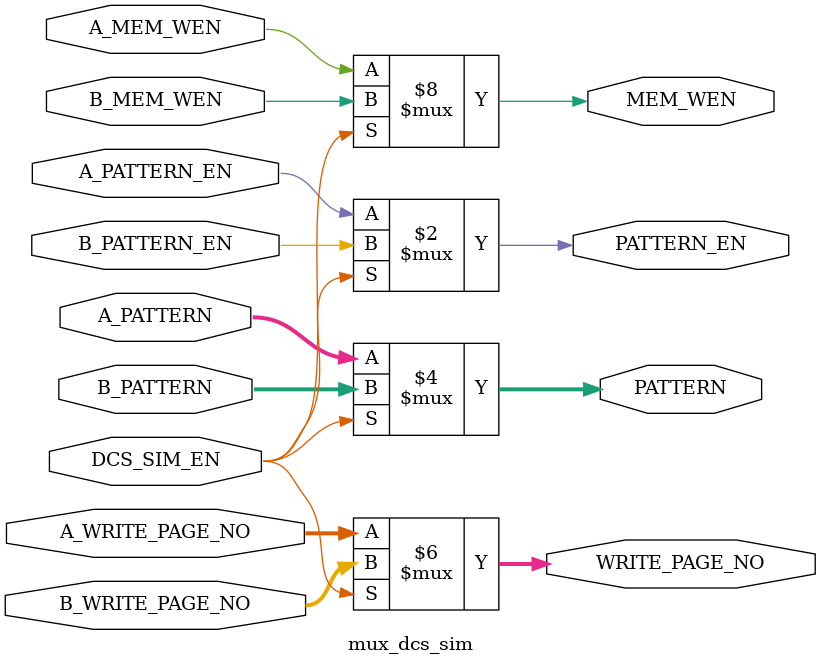
<source format=v>


module mux_dcs_sim(

   input				DCS_SIM_EN,
	
	input				A_MEM_WEN,
	input				A_PATTERN_EN,	
   input	[1:0]		A_PATTERN,
   input	[31:0]   A_WRITE_PAGE_NO,
	
	input				B_MEM_WEN,
	input				B_PATTERN_EN,	
   input	[1:0]		B_PATTERN,
   input	[31:0]   B_WRITE_PAGE_NO,
	
	output			MEM_WEN,
	output			PATTERN_EN,	
   output[1:0]		PATTERN,
   output[31:0]	WRITE_PAGE_NO

  );

//<statements>
	assign PATTERN_EN	= 	(DCS_SIM_EN==1'b1) ? 	B_PATTERN_EN 	:	A_PATTERN_EN;
	assign PATTERN		= 	(DCS_SIM_EN==1'b1) ? 	B_PATTERN	 	:	A_PATTERN;
	assign WRITE_PAGE_NO=(DCS_SIM_EN==1'b1) ? 	B_WRITE_PAGE_NO:	A_WRITE_PAGE_NO;
	assign MEM_WEN		= 	(DCS_SIM_EN==1'b1) ? 	B_MEM_WEN 		: 	A_MEM_WEN;

endmodule


</source>
